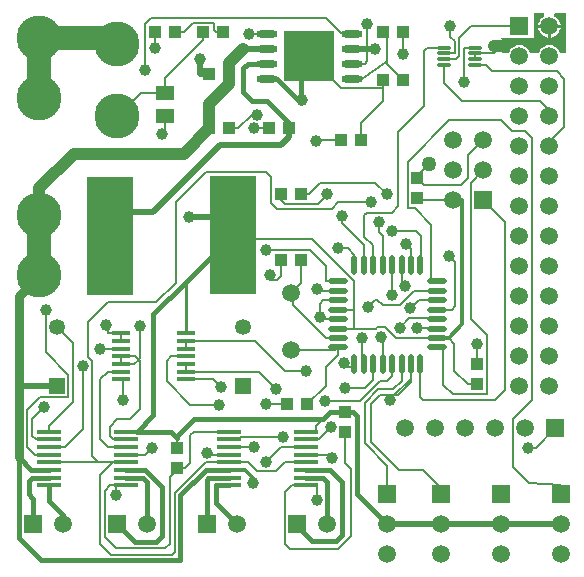
<source format=gtl>
%FSLAX25Y25*%
%MOIN*%
G70*
G01*
G75*
G04 Layer_Physical_Order=1*
G04 Layer_Color=255*
%ADD10R,0.04331X0.03937*%
%ADD11R,0.03937X0.04331*%
%ADD12R,0.06496X0.01181*%
%ADD13O,0.04921X0.01181*%
%ADD14O,0.02165X0.06496*%
%ADD15O,0.06496X0.02165*%
%ADD16R,0.08465X0.01575*%
%ADD17R,0.08465X0.01575*%
%ADD18R,0.15748X0.39370*%
%ADD19R,0.05906X0.05118*%
%ADD20O,0.07087X0.02362*%
%ADD21R,0.16535X0.16535*%
%ADD22C,0.03937*%
%ADD23C,0.00787*%
%ADD24C,0.01000*%
%ADD25C,0.01575*%
%ADD26C,0.01969*%
%ADD27C,0.01181*%
%ADD28C,0.07874*%
%ADD29C,0.01890*%
%ADD30C,0.00630*%
%ADD31C,0.03150*%
%ADD32C,0.01260*%
%ADD33C,0.05906*%
%ADD34C,0.05906*%
%ADD35R,0.05906X0.05906*%
%ADD36C,0.15000*%
%ADD37R,0.05906X0.05906*%
%ADD38R,0.05315X0.05315*%
%ADD39C,0.05315*%
%ADD40C,0.05000*%
%ADD41C,0.03937*%
G36*
X389500Y477000D02*
X387634D01*
X387267Y477886D01*
X386667Y478667D01*
X385886Y479267D01*
X384976Y479644D01*
X384000Y479772D01*
X383024Y479644D01*
X382114Y479267D01*
X381332Y478667D01*
X380733Y477886D01*
X380366Y477000D01*
X377634D01*
X377267Y477886D01*
X376667Y478667D01*
X375886Y479267D01*
X374976Y479644D01*
X374000Y479772D01*
X373024Y479644D01*
X372114Y479267D01*
X371333Y478667D01*
X370733Y477886D01*
X370366Y477000D01*
X368694D01*
X368111Y477116D01*
X367733Y477883D01*
X367907Y478110D01*
X368185Y478781D01*
X368214Y479000D01*
X365499D01*
Y480000D01*
X368214D01*
X368185Y480219D01*
X368166Y480265D01*
X368298Y480462D01*
X368405Y481000D01*
X368298Y481538D01*
X367993Y481993D01*
X367995Y482000D01*
X379000D01*
Y490327D01*
X382151D01*
X382343Y489362D01*
X382114Y489267D01*
X381332Y488667D01*
X380733Y487886D01*
X380356Y486976D01*
X380293Y486500D01*
X387707D01*
X387644Y486976D01*
X387267Y487886D01*
X386667Y488667D01*
X385886Y489267D01*
X385657Y489362D01*
X385849Y490327D01*
X389500D01*
Y477000D01*
D02*
G37*
%LPC*%
G36*
X383500Y485500D02*
X380293D01*
X380356Y485024D01*
X380733Y484114D01*
X381332Y483332D01*
X382114Y482733D01*
X383024Y482356D01*
X383500Y482293D01*
Y485500D01*
D02*
G37*
G36*
X387707D02*
X384500D01*
Y482293D01*
X384976Y482356D01*
X385886Y482733D01*
X386667Y483332D01*
X387267Y484114D01*
X387644Y485024D01*
X387707Y485500D01*
D02*
G37*
%LPD*%
D10*
X270654Y470000D02*
D03*
X277346D02*
D03*
X301346Y430000D02*
D03*
X294654D02*
D03*
X301346Y408000D02*
D03*
X294654D02*
D03*
X303346Y360000D02*
D03*
X296654D02*
D03*
X275346Y484000D02*
D03*
X268654D02*
D03*
X259346D02*
D03*
X252654D02*
D03*
X335346Y468000D02*
D03*
X328654D02*
D03*
X314654Y448000D02*
D03*
X321346D02*
D03*
X335346Y484000D02*
D03*
X328654D02*
D03*
X270654Y452000D02*
D03*
X277346D02*
D03*
X290654D02*
D03*
X297346D02*
D03*
D11*
X260000Y338654D02*
D03*
Y345346D02*
D03*
X360000Y366654D02*
D03*
Y373346D02*
D03*
X340000Y428654D02*
D03*
Y435346D02*
D03*
X316000Y357346D02*
D03*
Y350654D02*
D03*
D12*
X241075Y383677D02*
D03*
Y381118D02*
D03*
Y378559D02*
D03*
Y376000D02*
D03*
Y373441D02*
D03*
Y370882D02*
D03*
Y368323D02*
D03*
X262925Y383677D02*
D03*
Y381118D02*
D03*
Y378559D02*
D03*
Y376000D02*
D03*
Y373441D02*
D03*
Y370882D02*
D03*
Y368323D02*
D03*
D13*
X348783Y478953D02*
D03*
Y476984D02*
D03*
Y475016D02*
D03*
Y473047D02*
D03*
X359217Y478953D02*
D03*
Y476984D02*
D03*
Y475016D02*
D03*
Y473047D02*
D03*
D14*
X318976Y406535D02*
D03*
X322126D02*
D03*
X325276D02*
D03*
X328425D02*
D03*
X331575D02*
D03*
X334724D02*
D03*
X337874D02*
D03*
X341024D02*
D03*
Y373465D02*
D03*
X337874D02*
D03*
X334724D02*
D03*
X331575D02*
D03*
X328425D02*
D03*
X325276D02*
D03*
X322126D02*
D03*
X318976D02*
D03*
D15*
X346535Y401024D02*
D03*
Y397874D02*
D03*
Y394724D02*
D03*
Y391575D02*
D03*
Y388425D02*
D03*
Y385276D02*
D03*
Y382126D02*
D03*
Y378976D02*
D03*
X313465D02*
D03*
Y382126D02*
D03*
Y385276D02*
D03*
Y388425D02*
D03*
Y391575D02*
D03*
Y394724D02*
D03*
Y397874D02*
D03*
Y401024D02*
D03*
D16*
X242894Y333043D02*
D03*
Y335602D02*
D03*
Y338161D02*
D03*
Y340721D02*
D03*
Y343280D02*
D03*
Y345839D02*
D03*
Y348398D02*
D03*
Y350957D02*
D03*
X217106Y333043D02*
D03*
Y335602D02*
D03*
Y338161D02*
D03*
Y340721D02*
D03*
Y343280D02*
D03*
Y345839D02*
D03*
Y348398D02*
D03*
X302894Y333043D02*
D03*
Y335602D02*
D03*
Y338161D02*
D03*
Y340721D02*
D03*
Y343280D02*
D03*
Y345839D02*
D03*
Y348398D02*
D03*
Y350957D02*
D03*
X277106Y333043D02*
D03*
Y335602D02*
D03*
Y338161D02*
D03*
Y340721D02*
D03*
Y343280D02*
D03*
Y345839D02*
D03*
Y348398D02*
D03*
D17*
X217106Y350957D02*
D03*
X277106D02*
D03*
D18*
X278500Y416500D02*
D03*
X237500Y416000D02*
D03*
D19*
X256000Y463740D02*
D03*
Y456260D02*
D03*
D20*
X318173Y468500D02*
D03*
Y473500D02*
D03*
Y478500D02*
D03*
Y483500D02*
D03*
X289827Y468500D02*
D03*
Y473500D02*
D03*
Y478500D02*
D03*
Y483500D02*
D03*
D21*
X304000Y476000D02*
D03*
D22*
X365500Y479500D02*
X369000D01*
X214000Y423000D02*
Y432000D01*
X225500Y443500D01*
X262154D02*
X270654Y452000D01*
X225500Y443500D02*
X262154D01*
X270654Y452000D02*
Y460154D01*
X277346Y466846D01*
Y470000D01*
Y473846D01*
X282000Y478500D01*
D23*
X340000Y436000D02*
X344000Y440000D01*
X340000Y435346D02*
Y436000D01*
X342346Y433000D02*
X354400D01*
X340000Y435346D02*
X342346Y433000D01*
X354400D02*
X357000Y435600D01*
X337874Y368574D02*
Y373465D01*
Y367374D02*
Y368574D01*
X332300Y363000D02*
X337874Y368574D01*
X332300Y363000D02*
X333500D01*
X330900Y361600D02*
X332300Y363000D01*
X348783Y475016D02*
X353016D01*
X354000Y476000D01*
X358000Y486000D02*
X374000D01*
X359217Y476984D02*
X365484D01*
X242894Y350957D02*
X246457D01*
X260000Y345346D02*
Y348800D01*
Y349400D01*
X277000Y415000D02*
X278500Y416500D01*
Y422400D01*
X302894Y350957D02*
X306300D01*
Y352746D02*
X308554Y355000D01*
X356846Y366654D02*
X360000D01*
X352300Y371200D02*
Y380226D01*
Y371200D02*
X356846Y366654D01*
X350400Y382126D02*
X352300Y380226D01*
X340000Y428000D02*
Y428654D01*
X335346Y476846D02*
Y484000D01*
X359217Y475016D02*
Y476984D01*
X362984D01*
X365484D02*
X366000Y477500D01*
X307500Y390400D02*
Y393600D01*
X309475Y388425D02*
X313465D01*
X220000Y385843D02*
X225250Y380592D01*
Y360800D02*
Y380592D01*
X217100Y352650D02*
X225250Y360800D01*
X217100Y350957D02*
X217106D01*
X235800Y331200D02*
X237643Y333043D01*
X235800Y315800D02*
Y331200D01*
Y315800D02*
X239600Y312000D01*
X255800D01*
X257400Y313600D01*
Y335900D01*
X260000Y338500D01*
Y338654D01*
X240000Y456000D02*
X247740Y463740D01*
X256000D01*
X268654Y481554D02*
Y484000D01*
X256000Y468900D02*
X268654Y481554D01*
X256000Y463740D02*
Y468900D01*
X265400Y350957D02*
X277106D01*
X264100Y349657D02*
X265400Y350957D01*
X264100Y340354D02*
Y349657D01*
X262400Y338654D02*
X264100Y340354D01*
X260000Y338654D02*
X262400D01*
X328654Y465600D02*
Y468000D01*
X304000Y476000D02*
X314400Y465600D01*
X306957Y426800D02*
X310157Y430000D01*
X295854Y426800D02*
X306957D01*
X294654Y428000D02*
X295854Y426800D01*
X294654Y428000D02*
Y430000D01*
X239500Y329900D02*
X239600Y330000D01*
Y333043D02*
X242894D01*
X284800Y456600D02*
X286700D01*
X277346Y452000D02*
X280200D01*
X360000Y373346D02*
Y380200D01*
X321346Y448000D02*
Y453893D01*
X328654Y461200D01*
X302894Y333043D02*
X306400D01*
X298043D02*
X302894D01*
X295800Y330800D02*
X298043Y333043D01*
X295800Y313600D02*
Y330800D01*
Y313600D02*
X297500Y311900D01*
X313600D01*
X317900Y316200D01*
Y338500D01*
X316000Y340400D02*
X317900Y338500D01*
X316000Y340400D02*
Y350654D01*
X304000Y468500D02*
Y476000D01*
X289600Y360000D02*
X296654D01*
X241075Y368323D02*
X241900D01*
X237643Y333043D02*
X239600D01*
X289827Y468500D02*
X293300D01*
X314400Y465600D02*
X328654D01*
Y461200D02*
Y465600D01*
X280200Y452000D02*
X284800Y456600D01*
X296500Y468500D02*
X304000Y476000D01*
X341024Y362400D02*
X341824Y361600D01*
X366000D01*
X341024Y362400D02*
Y373465D01*
X369200Y364800D02*
Y420800D01*
X366000Y361600D02*
X369200Y364800D01*
X362000Y428000D02*
X369200Y420800D01*
X324500Y360000D02*
X327500Y363000D01*
X324500Y347500D02*
Y360000D01*
Y347500D02*
X334000Y338000D01*
X342000D01*
X348000Y330000D02*
Y332000D01*
X342000Y338000D02*
X348000Y332000D01*
X333500Y363000D02*
X337874Y367374D01*
X377000Y345500D02*
X379500D01*
X386000Y352000D01*
X334724Y400576D02*
Y406535D01*
X331575Y396400D02*
Y406535D01*
X210040Y345860D02*
X212620Y343280D01*
X210040Y345860D02*
Y358240D01*
X212620Y343280D02*
X217106D01*
X210040Y358240D02*
X214316Y362516D01*
X216100Y377342D02*
Y391300D01*
X214316Y362516D02*
X223642D01*
Y369800D01*
X216100Y377342D02*
X223642Y369800D01*
X309600Y401024D02*
X313465D01*
X309600D02*
Y406100D01*
X289700Y411600D02*
X304100D01*
X309600Y406100D01*
X237400Y349398D02*
X238400Y348398D01*
X237400Y352400D02*
X240000Y355000D01*
X237400Y349398D02*
Y352400D01*
X238400Y348398D02*
X242894D01*
X244200Y355000D02*
X247600Y358400D01*
X240000Y355000D02*
X244200D01*
X241075Y373441D02*
Y376000D01*
Y373441D02*
X245700D01*
X241075Y376000D02*
X246000D01*
X247130Y374871D02*
X247600Y374400D01*
X245700Y373441D02*
X247130Y374871D01*
X246000Y376000D02*
X247130Y374871D01*
X247600Y375341D01*
Y358400D02*
Y374400D01*
Y375341D02*
Y386200D01*
X298400Y393100D02*
X309374Y382126D01*
X298000Y397200D02*
X298400Y397600D01*
X309374Y382126D02*
X313465D01*
X298400Y397600D02*
X301346Y400546D01*
Y408000D01*
X303346Y360000D02*
X309500Y366154D01*
X298000Y378000D02*
X312488D01*
X309500Y366154D02*
Y372500D01*
X313465Y376465D01*
Y378976D01*
X312488Y378000D02*
X313465Y378976D01*
X242894Y343280D02*
X249280D01*
X251600Y345600D01*
X315600Y373500D02*
X316800Y372300D01*
X315600Y373500D02*
Y373900D01*
X318976Y372300D02*
Y373465D01*
X269800Y343900D02*
X270420Y343280D01*
X277106D01*
Y348398D02*
X282200Y349000D01*
X295100D01*
X262925Y370882D02*
Y373441D01*
X287200Y370882D02*
X292800Y365282D01*
X262925Y370882D02*
X287200D01*
X315799Y365539D02*
X322665D01*
X325276Y368150D01*
Y373465D01*
X302894Y348398D02*
X307200D01*
X311200Y352398D01*
Y352600D01*
X262925Y378559D02*
Y381118D01*
X285782D01*
X295900Y371000D01*
X302848D01*
X302894Y343280D02*
X310520D01*
X309100Y361200D02*
X320973D01*
X310520Y343280D02*
X311600Y342200D01*
X320973Y361200D02*
X327573Y367800D01*
X329775D01*
X331575Y369600D01*
Y373465D01*
X322500Y347000D02*
Y360500D01*
Y347000D02*
X330000Y339500D01*
X322500Y360500D02*
X327000Y365000D01*
X332000D01*
X330000Y330000D02*
Y339500D01*
X332000Y365000D02*
X334724Y367724D01*
Y373465D01*
X303800Y430000D02*
X307700Y433900D01*
X301346Y430000D02*
X303800D01*
X307700Y433900D02*
X325943D01*
X329843Y430000D01*
X344600Y401024D02*
X346535D01*
X339200Y425300D02*
X344600Y419900D01*
X336800Y425300D02*
X339200D01*
X336800D02*
Y440800D01*
X350700Y454700D01*
X368000D01*
X371700Y451000D01*
X376000D01*
X378200Y448800D01*
Y361500D02*
Y448800D01*
X371800Y355100D02*
X378200Y361500D01*
X371800Y339200D02*
Y355100D01*
Y339200D02*
X377100Y333900D01*
X388000Y333100D01*
Y330000D02*
Y333100D01*
X217106Y340721D02*
X233600D01*
X234200Y313472D02*
X237900Y309772D01*
X234200Y313472D02*
Y336300D01*
X238621Y340721D01*
X231550Y342771D02*
X233600Y340721D01*
X237900Y309772D02*
X258300D01*
X259228Y310700D01*
Y330405D01*
X269544Y340721D01*
X277106D01*
X231550Y342771D02*
Y374500D01*
X238621Y340721D02*
X242894D01*
X233600D02*
X238621D01*
X230100Y387400D02*
X236800Y394100D01*
X230100Y375950D02*
X231550Y374500D01*
X230100Y375950D02*
Y387400D01*
X236800Y394100D02*
X253000D01*
X259400Y400500D01*
Y427300D01*
X269500Y437400D01*
X289600D01*
X277106Y340721D02*
X283480D01*
X286450Y337750D02*
X292850D01*
X283480Y340721D02*
X286450Y337750D01*
X292850D02*
X295820Y340721D01*
X302894D01*
X341024Y406535D02*
Y408800D01*
X341200Y408976D01*
X339500Y417700D02*
X341200Y416000D01*
Y408976D02*
Y416000D01*
X291300Y427200D02*
X293300Y425200D01*
X311500D01*
X289600Y437400D02*
X291300Y435700D01*
X311500Y425200D02*
X313600Y427300D01*
X291300Y427200D02*
Y435700D01*
X331500Y417700D02*
X339500D01*
X313600Y427300D02*
X324400D01*
X336200Y413400D02*
X337874Y411726D01*
Y406535D02*
Y411726D01*
X322350Y415925D02*
X325276Y413000D01*
Y406535D02*
Y413000D01*
X322350Y415925D02*
Y422975D01*
X323200Y423824D02*
X331524D01*
X322350Y422975D02*
X323200Y423824D01*
X331524D02*
X333700Y426000D01*
Y450900D01*
X342300Y459500D01*
Y477953D01*
X343300Y478953D01*
X348783D01*
X314900Y420426D02*
Y422700D01*
Y420426D02*
X322126Y413200D01*
Y406535D02*
Y413200D01*
X355575Y467600D02*
Y478953D01*
X359217D01*
X211614Y349583D02*
X212800Y348398D01*
X211614Y355114D02*
X215500Y359000D01*
X211614Y349583D02*
Y355114D01*
X212800Y348398D02*
X217106D01*
X236832Y383677D02*
Y386015D01*
X236347Y386500D02*
X236832Y386015D01*
Y383677D02*
X241075D01*
Y381118D02*
Y383677D01*
X318976Y406535D02*
Y409824D01*
X313600Y412000D02*
X316800D01*
X318976Y409824D01*
X237500Y416000D02*
Y424200D01*
X297100Y452000D02*
X297346D01*
Y453654D01*
X284000Y483500D02*
X289827D01*
X285400Y452000D02*
X290654D01*
X252654Y478946D02*
X252700Y478900D01*
X252654Y478946D02*
Y484000D01*
X318173Y473500D02*
X322400D01*
X323300Y474400D01*
Y486900D01*
X259346Y484000D02*
X262150D01*
X265300Y487150D01*
X272100D01*
X272900Y484000D02*
X275346D01*
X272100Y484800D02*
Y487150D01*
Y484800D02*
X272900Y484000D01*
X249300Y471400D02*
Y486800D01*
X251225Y488725D02*
X309575D01*
X249300Y486800D02*
X251225Y488725D01*
X306300Y447800D02*
X306500Y448000D01*
X314654D01*
X309575Y488725D02*
X314400Y483900D01*
X318173Y483500D01*
X217106Y345839D02*
X222500D01*
X228400Y351739D01*
Y372800D01*
X234159Y378559D02*
X241075D01*
X234300Y348339D02*
X236800Y345839D01*
X234300Y348339D02*
Y368382D01*
X236800Y370882D01*
Y345839D02*
X242894D01*
X236800Y370882D02*
X241075D01*
X272000Y368323D02*
X274412Y365911D01*
X262925Y368323D02*
X272000D01*
X277106Y345839D02*
X285642D01*
X264300Y359900D02*
X273900D01*
X256400Y367800D02*
X264300Y359900D01*
X256400Y367800D02*
Y374400D01*
X258000Y376000D01*
X262925D01*
X289600Y340900D02*
X294539Y345839D01*
X302894D01*
X318173Y468500D02*
X321654D01*
X329654Y474000D01*
X327100Y417475D02*
X328425Y416150D01*
X327100Y417475D02*
Y420675D01*
X328425Y406535D02*
Y416150D01*
X357000Y435600D02*
Y443000D01*
X362000Y448000D01*
X362953Y473047D02*
X365000Y471000D01*
X386500D01*
X359217Y473047D02*
X362953D01*
X384000Y446000D02*
Y447500D01*
X386500Y471000D02*
X389000Y468500D01*
X384000Y447500D02*
X389000Y452500D01*
Y468500D01*
X348700Y366600D02*
X352000Y363300D01*
X346535Y378976D02*
X348700D01*
X352000Y363300D02*
X363200D01*
Y383220D01*
X357800Y388620D02*
Y433800D01*
X362000Y438000D01*
X357800Y388620D02*
X363200Y383220D01*
X348783Y467217D02*
Y473047D01*
X355000Y461000D02*
X381000D01*
X348783Y467217D02*
X355000Y461000D01*
X256000Y451200D02*
Y456260D01*
X255000Y450200D02*
X256000Y451200D01*
X330000Y473346D02*
X335346Y468000D01*
X330000Y473346D02*
Y482000D01*
X346535Y391575D02*
X351425D01*
X352500Y392650D01*
Y407500D01*
X350500Y409500D02*
X352500Y407500D01*
X305000Y415000D02*
X318900Y401100D01*
X313465Y391575D02*
X318900D01*
Y385376D02*
Y391575D01*
X291500Y401500D02*
X293300D01*
X294654Y402854D01*
Y408000D01*
X291000Y402000D02*
X291500Y401500D01*
X291000Y402000D02*
Y403000D01*
X307500Y393600D02*
X308624Y394724D01*
X313465D01*
X307012Y397874D02*
X313465D01*
X306458Y398428D02*
X307012Y397874D01*
X306458Y398458D02*
X306500Y398500D01*
X306458Y398428D02*
Y398458D01*
X366000Y477500D02*
Y479500D01*
X340000Y428000D02*
X355000D01*
X306300Y350957D02*
Y352746D01*
X301200Y468500D02*
X304000D01*
X307500Y390400D02*
X309475Y388425D01*
X306400Y328200D02*
Y333043D01*
X241900Y361600D02*
Y368323D01*
X217100Y350957D02*
Y352650D01*
X239600Y330000D02*
Y333043D01*
X327500Y363000D02*
X332300D01*
X298400Y393100D02*
Y397200D01*
Y397600D01*
X316800Y372300D02*
X318976D01*
X344600Y401024D02*
Y419900D01*
X348700Y366600D02*
Y378976D01*
X381000Y461000D02*
X385000Y457000D01*
X386000Y456000D01*
X332828Y382126D02*
X346535D01*
X328425Y373465D02*
Y382075D01*
X328000Y382500D02*
X328425Y382075D01*
X326695Y385650D02*
X329305D01*
X332828Y382126D01*
X326195Y385150D02*
X326695Y385650D01*
X313465Y385276D02*
X313591Y385150D01*
X326195D01*
X321500Y374091D02*
X322126Y373465D01*
X321500Y374091D02*
Y382000D01*
X334724Y400576D02*
X335800Y399500D01*
X336000D01*
X338828Y397874D02*
X346535D01*
X334154Y393200D02*
X338828Y397874D01*
X340700Y394724D02*
X346535D01*
X337976Y392000D02*
X340700Y394724D01*
X337500Y392000D02*
X337976D01*
X334300Y385600D02*
X337350Y388650D01*
X346311D02*
X346535Y388425D01*
X337350Y388650D02*
X346311D01*
X346311Y385500D02*
X346535Y385276D01*
X340000Y385500D02*
X346311D01*
X278500Y415000D02*
X305000D01*
X277000D02*
X278500D01*
X318900Y391575D02*
Y401100D01*
X328400Y393200D02*
X334154D01*
X326700Y394900D02*
X328400Y393200D01*
X323500Y392500D02*
X325900Y394900D01*
X326700D01*
X354000Y476000D02*
Y482000D01*
X358000Y486000D01*
X348783Y476984D02*
X352425D01*
Y481175D01*
X351000Y482600D02*
X352425Y481175D01*
X351000Y482600D02*
Y486000D01*
D24*
X262925Y383677D02*
Y400925D01*
D25*
X257843Y350957D02*
X260000Y348800D01*
X246457Y350957D02*
X257843D01*
X246457D02*
X252000Y356500D01*
Y390000D01*
X260000Y349400D02*
X265600Y355000D01*
X308554D01*
X252000Y390000D02*
X262925Y400925D01*
X270200Y408200D02*
X277000Y415000D01*
X308554Y355000D02*
X310900Y357346D01*
X316000D01*
X320000Y330000D02*
X330000Y320000D01*
X282000Y472000D02*
X283500Y473500D01*
X282000Y464000D02*
Y472000D01*
X285000Y461000D02*
X290000D01*
X297346Y453654D01*
X282000Y464000D02*
X285000Y461000D01*
X238000Y482000D02*
X240000Y480000D01*
X210500Y330000D02*
Y334500D01*
Y330000D02*
X212000Y328500D01*
X210500Y334500D02*
X211602Y335602D01*
X212000Y320000D02*
Y328500D01*
X211602Y335602D02*
X217106D01*
Y327894D02*
X222000Y323000D01*
X217106Y327894D02*
Y333043D01*
X222000Y320000D02*
Y323000D01*
X240000Y320000D02*
X246000Y314000D01*
X242894Y338161D02*
X249339D01*
X246000Y314000D02*
X253000D01*
X255000Y316000D01*
X249339Y338161D02*
X255000Y332500D01*
Y316000D02*
Y332500D01*
X242894Y335602D02*
X248398D01*
X250000Y334000D01*
Y320000D02*
Y334000D01*
X269974Y334731D02*
X270000Y334705D01*
X269974Y334731D02*
X270335Y335602D01*
X270000Y320000D02*
Y334705D01*
X270335Y335602D02*
X277106D01*
X273000Y327000D02*
X279457Y320543D01*
X273000Y333087D02*
X273043Y333043D01*
X279457Y320543D02*
X280000Y320500D01*
Y320000D02*
Y320500D01*
X273043Y333043D02*
X277106D01*
X300000Y319500D02*
X305000Y314500D01*
X300000Y319500D02*
Y320000D01*
X305000Y314500D02*
X313000D01*
X315000Y316500D01*
X302894Y338161D02*
X310839D01*
X315000Y316500D02*
Y334000D01*
X310839Y338161D02*
X315000Y334000D01*
X302894Y335602D02*
X308398D01*
X310000Y334000D01*
Y320000D02*
Y334000D01*
X207087Y315500D02*
Y342413D01*
Y315500D02*
X214587Y308000D01*
X207087Y342413D02*
X211339Y338161D01*
X214587Y308000D02*
X261000D01*
Y329671D01*
X211339Y338161D02*
X217106D01*
X261000Y329671D02*
X269491Y338161D01*
X277106D01*
X283500Y473500D02*
X289827D01*
X318654Y357346D02*
X320000Y356000D01*
X316000Y357346D02*
X318654D01*
X320000Y355000D02*
Y356000D01*
Y330000D02*
Y355000D01*
X262925Y400925D02*
X270200Y408200D01*
X301200Y460600D02*
Y468500D01*
X293300D02*
X301200Y460600D01*
X273000Y333043D02*
Y333087D01*
Y327000D02*
Y333043D01*
D26*
X348000Y320000D02*
X368000D01*
X330000D02*
X348000D01*
X368000D02*
X388000D01*
X251800Y424200D02*
X274100Y446500D01*
X294400D01*
X297100Y449200D01*
X267500Y470000D02*
Y475200D01*
Y470000D02*
X270654D01*
X207244Y366157D02*
X220000D01*
X282000Y478500D02*
X289827D01*
X264000Y422400D02*
X278500D01*
X297100Y449200D02*
Y452000D01*
X237500Y424200D02*
X251800D01*
D27*
X346535Y382126D02*
X350400D01*
X355000Y386726D01*
Y428000D01*
D28*
X214000Y482000D02*
X238000D01*
X214000Y462000D02*
Y482000D01*
Y403000D02*
Y423000D01*
D29*
X318173Y478500D02*
X324700D01*
Y478600D01*
D30*
X384000Y456000D02*
X386000D01*
D31*
X207087Y342413D02*
Y396087D01*
X214000Y403000D01*
D32*
X277106Y338161D02*
X282439D01*
X285300Y333700D02*
Y335300D01*
X282439Y338161D02*
X285300Y335300D01*
D33*
X298000Y397200D02*
D03*
Y378000D02*
D03*
D34*
X368000Y310000D02*
D03*
Y320000D02*
D03*
X330000Y310000D02*
D03*
Y320000D02*
D03*
X348000Y310000D02*
D03*
Y320000D02*
D03*
X388000Y310000D02*
D03*
Y320000D02*
D03*
X336000Y352000D02*
D03*
X346000D02*
D03*
X356000D02*
D03*
X366000D02*
D03*
X376000D02*
D03*
X352000Y448000D02*
D03*
X362000D02*
D03*
X352000Y438000D02*
D03*
X362000D02*
D03*
X352000Y428000D02*
D03*
X250000Y320000D02*
D03*
X222000D02*
D03*
X280000D02*
D03*
X310000D02*
D03*
X384000Y366000D02*
D03*
X374000D02*
D03*
X384000Y376000D02*
D03*
X374000D02*
D03*
X384000Y386000D02*
D03*
X374000D02*
D03*
X384000Y396000D02*
D03*
X374000D02*
D03*
X384000Y406000D02*
D03*
X374000D02*
D03*
X384000Y416000D02*
D03*
X374000D02*
D03*
X384000Y426000D02*
D03*
X374000D02*
D03*
X384000Y436000D02*
D03*
X374000D02*
D03*
X384000Y446000D02*
D03*
X374000D02*
D03*
X384000Y456000D02*
D03*
X374000D02*
D03*
X384000Y466000D02*
D03*
X374000D02*
D03*
X384000Y476000D02*
D03*
X374000D02*
D03*
X384000Y486000D02*
D03*
D35*
X368000Y330000D02*
D03*
X330000D02*
D03*
X348000D02*
D03*
X388000D02*
D03*
X362000Y428000D02*
D03*
X374000Y486000D02*
D03*
D36*
X240000Y480000D02*
D03*
Y456000D02*
D03*
X214000Y423000D02*
D03*
Y462000D02*
D03*
Y403000D02*
D03*
Y482000D02*
D03*
D37*
X386000Y352000D02*
D03*
X240000Y320000D02*
D03*
X212000D02*
D03*
X270000D02*
D03*
X300000D02*
D03*
D38*
X220000Y366157D02*
D03*
X282000D02*
D03*
D39*
X220000Y385843D02*
D03*
X282000D02*
D03*
D40*
X344000Y440000D02*
D03*
D41*
X264000Y422400D02*
D03*
X335346Y476846D02*
D03*
X365500Y479500D02*
D03*
X239500Y329900D02*
D03*
X286700Y456600D02*
D03*
X360000Y380200D02*
D03*
X301500Y461500D02*
D03*
X241900Y361600D02*
D03*
X306400Y328200D02*
D03*
X289600Y360000D02*
D03*
X330900Y361600D02*
D03*
X377000Y345500D02*
D03*
X216100Y391300D02*
D03*
X289700Y411600D02*
D03*
X247600Y386200D02*
D03*
X251600Y345600D02*
D03*
X315600Y373900D02*
D03*
X269800Y343900D02*
D03*
X292800Y365282D02*
D03*
X295100Y349000D02*
D03*
X315799Y365539D02*
D03*
X302848Y371000D02*
D03*
X311200Y352600D02*
D03*
X309100Y361200D02*
D03*
X311600Y342200D02*
D03*
X331500Y417700D02*
D03*
X324400Y427300D02*
D03*
X336200Y413400D02*
D03*
X314900Y422700D02*
D03*
X355575Y467600D02*
D03*
X215500Y359000D02*
D03*
X236347Y386500D02*
D03*
X313600Y412000D02*
D03*
X284000Y483500D02*
D03*
X285400Y452000D02*
D03*
X252700Y478900D02*
D03*
X323300Y486900D02*
D03*
X249300Y471400D02*
D03*
X306300Y447800D02*
D03*
X228400Y372800D02*
D03*
X234159Y378559D02*
D03*
X274412Y365911D02*
D03*
X285642Y345839D02*
D03*
X273900Y359900D02*
D03*
X289600Y340900D02*
D03*
X267500Y475200D02*
D03*
X326000Y478500D02*
D03*
X327100Y420675D02*
D03*
X285300Y333700D02*
D03*
X255000Y450000D02*
D03*
X350500Y409500D02*
D03*
X331575Y396400D02*
D03*
X307500Y389000D02*
D03*
X291000Y403000D02*
D03*
X306500Y398500D02*
D03*
X310000Y430000D02*
D03*
X330000D02*
D03*
X334300Y385600D02*
D03*
X328000Y382500D02*
D03*
X321500Y382000D02*
D03*
X336000Y399500D02*
D03*
X337500Y392000D02*
D03*
X340000Y385500D02*
D03*
X323500Y392500D02*
D03*
X351000Y486000D02*
D03*
M02*

</source>
